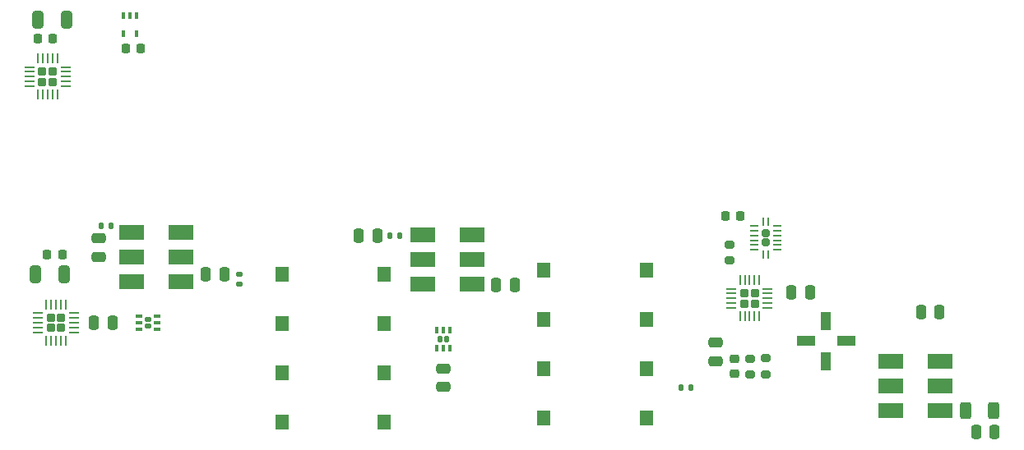
<source format=gbr>
%TF.GenerationSoftware,KiCad,Pcbnew,8.0.5*%
%TF.CreationDate,2024-12-20T11:35:35-05:00*%
%TF.ProjectId,mc3_afe,6d63335f-6166-4652-9e6b-696361645f70,rev?*%
%TF.SameCoordinates,Original*%
%TF.FileFunction,Paste,Top*%
%TF.FilePolarity,Positive*%
%FSLAX46Y46*%
G04 Gerber Fmt 4.6, Leading zero omitted, Abs format (unit mm)*
G04 Created by KiCad (PCBNEW 8.0.5) date 2024-12-20 11:35:35*
%MOMM*%
%LPD*%
G01*
G04 APERTURE LIST*
G04 Aperture macros list*
%AMRoundRect*
0 Rectangle with rounded corners*
0 $1 Rounding radius*
0 $2 $3 $4 $5 $6 $7 $8 $9 X,Y pos of 4 corners*
0 Add a 4 corners polygon primitive as box body*
4,1,4,$2,$3,$4,$5,$6,$7,$8,$9,$2,$3,0*
0 Add four circle primitives for the rounded corners*
1,1,$1+$1,$2,$3*
1,1,$1+$1,$4,$5*
1,1,$1+$1,$6,$7*
1,1,$1+$1,$8,$9*
0 Add four rect primitives between the rounded corners*
20,1,$1+$1,$2,$3,$4,$5,0*
20,1,$1+$1,$4,$5,$6,$7,0*
20,1,$1+$1,$6,$7,$8,$9,0*
20,1,$1+$1,$8,$9,$2,$3,0*%
G04 Aperture macros list end*
%ADD10RoundRect,0.200000X-0.275000X0.200000X-0.275000X-0.200000X0.275000X-0.200000X0.275000X0.200000X0*%
%ADD11R,2.540000X1.650000*%
%ADD12RoundRect,0.250000X0.312500X0.625000X-0.312500X0.625000X-0.312500X-0.625000X0.312500X-0.625000X0*%
%ADD13RoundRect,0.250000X0.475000X-0.250000X0.475000X0.250000X-0.475000X0.250000X-0.475000X-0.250000X0*%
%ADD14RoundRect,0.100000X-0.100000X0.225000X-0.100000X-0.225000X0.100000X-0.225000X0.100000X0.225000X0*%
%ADD15R,1.020000X1.830000*%
%ADD16R,1.830000X1.020000*%
%ADD17RoundRect,0.135000X-0.135000X-0.185000X0.135000X-0.185000X0.135000X0.185000X-0.135000X0.185000X0*%
%ADD18RoundRect,0.125000X-0.175000X-0.125000X0.175000X-0.125000X0.175000X0.125000X-0.175000X0.125000X0*%
%ADD19R,0.800000X0.300000*%
%ADD20RoundRect,0.212500X-0.212500X-0.212500X0.212500X-0.212500X0.212500X0.212500X-0.212500X0.212500X0*%
%ADD21RoundRect,0.062500X-0.450000X-0.062500X0.450000X-0.062500X0.450000X0.062500X-0.450000X0.062500X0*%
%ADD22RoundRect,0.062500X-0.062500X-0.450000X0.062500X-0.450000X0.062500X0.450000X-0.062500X0.450000X0*%
%ADD23RoundRect,0.250000X-0.250000X-0.475000X0.250000X-0.475000X0.250000X0.475000X-0.250000X0.475000X0*%
%ADD24RoundRect,0.225000X-0.225000X-0.250000X0.225000X-0.250000X0.225000X0.250000X-0.225000X0.250000X0*%
%ADD25RoundRect,0.250000X-0.325000X-0.650000X0.325000X-0.650000X0.325000X0.650000X-0.325000X0.650000X0*%
%ADD26RoundRect,0.202500X0.202500X0.202500X-0.202500X0.202500X-0.202500X-0.202500X0.202500X-0.202500X0*%
%ADD27RoundRect,0.062500X0.062500X0.350000X-0.062500X0.350000X-0.062500X-0.350000X0.062500X-0.350000X0*%
%ADD28RoundRect,0.062500X0.350000X0.062500X-0.350000X0.062500X-0.350000X-0.062500X0.350000X-0.062500X0*%
%ADD29RoundRect,0.225000X0.250000X-0.225000X0.250000X0.225000X-0.250000X0.225000X-0.250000X-0.225000X0*%
%ADD30RoundRect,0.125000X0.125000X-0.175000X0.125000X0.175000X-0.125000X0.175000X-0.125000X-0.175000X0*%
%ADD31R,0.300000X0.800000*%
%ADD32RoundRect,0.225000X0.225000X0.250000X-0.225000X0.250000X-0.225000X-0.250000X0.225000X-0.250000X0*%
%ADD33R,1.397000X1.524000*%
%ADD34RoundRect,0.250000X0.325000X0.650000X-0.325000X0.650000X-0.325000X-0.650000X0.325000X-0.650000X0*%
%ADD35RoundRect,0.135000X-0.185000X0.135000X-0.185000X-0.135000X0.185000X-0.135000X0.185000X0.135000X0*%
%ADD36RoundRect,0.135000X0.135000X0.185000X-0.135000X0.185000X-0.135000X-0.185000X0.135000X-0.185000X0*%
G04 APERTURE END LIST*
D10*
%TO.C,R10*%
X149200000Y-99175000D03*
X149200000Y-100825000D03*
%TD*%
%TO.C,R8*%
X145500000Y-87425000D03*
X145500000Y-89075000D03*
%TD*%
D11*
%TO.C,L1*%
X162060000Y-99460000D03*
X162060000Y-102000000D03*
X162060000Y-104540000D03*
X167140000Y-104540000D03*
X167140000Y-102000000D03*
X167140000Y-99460000D03*
%TD*%
D12*
%TO.C,R3*%
X172662500Y-104600000D03*
X169737500Y-104600000D03*
%TD*%
D13*
%TO.C,C4*%
X80500000Y-88700000D03*
X80500000Y-86800000D03*
%TD*%
D14*
%TO.C,U12*%
X84400000Y-63800000D03*
X83750000Y-63800000D03*
X83100000Y-63800000D03*
X83100000Y-65700000D03*
X84400000Y-65700000D03*
%TD*%
D15*
%TO.C,U8*%
X155400000Y-95330000D03*
D16*
X153330000Y-97400000D03*
D15*
X155400000Y-99470000D03*
D16*
X157470000Y-97400000D03*
%TD*%
D17*
%TO.C,R2*%
X110490000Y-86500000D03*
X111510000Y-86500000D03*
%TD*%
D18*
%TO.C,U1*%
X85600000Y-95150000D03*
X85600000Y-95850000D03*
D19*
X84650000Y-94850000D03*
X84650000Y-95500000D03*
X84650000Y-96150000D03*
X86550000Y-96150000D03*
X86550000Y-95500000D03*
X86550000Y-94850000D03*
%TD*%
D11*
%TO.C,L2*%
X118940000Y-91540000D03*
X118940000Y-89000000D03*
X118940000Y-86460000D03*
X113860000Y-86460000D03*
X113860000Y-89000000D03*
X113860000Y-91540000D03*
%TD*%
D20*
%TO.C,U4*%
X147012500Y-92475000D03*
X147012500Y-93525000D03*
X148062500Y-92475000D03*
X148062500Y-93525000D03*
D21*
X145675000Y-92000000D03*
X145675000Y-92500000D03*
X145675000Y-93000000D03*
X145675000Y-93500000D03*
X145675000Y-94000000D03*
D22*
X146537500Y-94862500D03*
X147037500Y-94862500D03*
X147537500Y-94862500D03*
X148037500Y-94862500D03*
X148537500Y-94862500D03*
D21*
X149400000Y-94000000D03*
X149400000Y-93500000D03*
X149400000Y-93000000D03*
X149400000Y-92500000D03*
X149400000Y-92000000D03*
D22*
X148537500Y-91137500D03*
X148037500Y-91137500D03*
X147537500Y-91137500D03*
X147037500Y-91137500D03*
X146537500Y-91137500D03*
%TD*%
D23*
%TO.C,C7*%
X107300000Y-86500000D03*
X109200000Y-86500000D03*
%TD*%
D13*
%TO.C,C2*%
X116000000Y-102150000D03*
X116000000Y-100250000D03*
%TD*%
%TO.C,C21*%
X144000000Y-99450000D03*
X144000000Y-97550000D03*
%TD*%
D23*
%TO.C,C9*%
X151850000Y-92400000D03*
X153750000Y-92400000D03*
%TD*%
%TO.C,C8*%
X121450000Y-91600000D03*
X123350000Y-91600000D03*
%TD*%
%TO.C,C3*%
X91550000Y-90500000D03*
X93450000Y-90500000D03*
%TD*%
%TO.C,C11*%
X170850000Y-106800000D03*
X172750000Y-106800000D03*
%TD*%
D24*
%TO.C,C25*%
X83335000Y-67200000D03*
X84885000Y-67200000D03*
%TD*%
D25*
%TO.C,C23*%
X74025000Y-90500000D03*
X76975000Y-90500000D03*
%TD*%
D23*
%TO.C,C1*%
X80050000Y-95500000D03*
X81950000Y-95500000D03*
%TD*%
D10*
%TO.C,R9*%
X147600000Y-99200000D03*
X147600000Y-100850000D03*
%TD*%
D26*
%TO.C,U11*%
X149187500Y-87250000D03*
X149187500Y-86250000D03*
D27*
X149437500Y-88437500D03*
D28*
X150375000Y-88000000D03*
X150375000Y-87500000D03*
X150375000Y-87000000D03*
X150375000Y-86500000D03*
X150375000Y-86000000D03*
X150375000Y-85500000D03*
D27*
X149437500Y-85062500D03*
X148937500Y-85062500D03*
D28*
X148000000Y-85500000D03*
X148000000Y-86000000D03*
X148000000Y-86500000D03*
X148000000Y-87000000D03*
X148000000Y-87500000D03*
X148000000Y-88000000D03*
D27*
X148937500Y-88437500D03*
%TD*%
D29*
%TO.C,C5*%
X146000000Y-100775000D03*
X146000000Y-99225000D03*
%TD*%
D23*
%TO.C,C12*%
X165150000Y-94400000D03*
X167050000Y-94400000D03*
%TD*%
D30*
%TO.C,U6*%
X115650000Y-97200000D03*
X116350000Y-97200000D03*
D31*
X115350000Y-98150000D03*
X116000000Y-98150000D03*
X116650000Y-98150000D03*
X116650000Y-96250000D03*
X116000000Y-96250000D03*
X115350000Y-96250000D03*
%TD*%
D32*
%TO.C,C10*%
X75775000Y-66250000D03*
X74225000Y-66250000D03*
%TD*%
D33*
%TO.C,U7*%
X126364500Y-90060000D03*
X136905500Y-90060000D03*
X126364500Y-95140000D03*
X136905500Y-95140000D03*
X126364500Y-100220000D03*
X136905500Y-100220000D03*
X126364500Y-105300000D03*
X136905500Y-105300000D03*
%TD*%
D34*
%TO.C,C26*%
X77225000Y-64250000D03*
X74275000Y-64250000D03*
%TD*%
D20*
%TO.C,U5*%
X75612500Y-94975000D03*
X75612500Y-96025000D03*
X76662500Y-94975000D03*
X76662500Y-96025000D03*
D21*
X74275000Y-94500000D03*
X74275000Y-95000000D03*
X74275000Y-95500000D03*
X74275000Y-96000000D03*
X74275000Y-96500000D03*
D22*
X75137500Y-97362500D03*
X75637500Y-97362500D03*
X76137500Y-97362500D03*
X76637500Y-97362500D03*
X77137500Y-97362500D03*
D21*
X78000000Y-96500000D03*
X78000000Y-96000000D03*
X78000000Y-95500000D03*
X78000000Y-95000000D03*
X78000000Y-94500000D03*
D22*
X77137500Y-93637500D03*
X76637500Y-93637500D03*
X76137500Y-93637500D03*
X75637500Y-93637500D03*
X75137500Y-93637500D03*
%TD*%
D35*
%TO.C,R4*%
X95000000Y-90490000D03*
X95000000Y-91510000D03*
%TD*%
D33*
%TO.C,U2*%
X99364500Y-90500000D03*
X109905500Y-90500000D03*
X99364500Y-95580000D03*
X109905500Y-95580000D03*
X99364500Y-100660000D03*
X109905500Y-100660000D03*
X99364500Y-105740000D03*
X109905500Y-105740000D03*
%TD*%
D24*
%TO.C,C6*%
X75225000Y-88500000D03*
X76775000Y-88500000D03*
%TD*%
D20*
%TO.C,U3*%
X74725000Y-69612500D03*
X74725000Y-70662500D03*
X75775000Y-69612500D03*
X75775000Y-70662500D03*
D21*
X73387500Y-69137500D03*
X73387500Y-69637500D03*
X73387500Y-70137500D03*
X73387500Y-70637500D03*
X73387500Y-71137500D03*
D22*
X74250000Y-72000000D03*
X74750000Y-72000000D03*
X75250000Y-72000000D03*
X75750000Y-72000000D03*
X76250000Y-72000000D03*
D21*
X77112500Y-71137500D03*
X77112500Y-70637500D03*
X77112500Y-70137500D03*
X77112500Y-69637500D03*
X77112500Y-69137500D03*
D22*
X76250000Y-68275000D03*
X75750000Y-68275000D03*
X75250000Y-68275000D03*
X74750000Y-68275000D03*
X74250000Y-68275000D03*
%TD*%
D11*
%TO.C,L3*%
X89000000Y-91290000D03*
X89000000Y-88750000D03*
X89000000Y-86210000D03*
X83920000Y-86210000D03*
X83920000Y-88750000D03*
X83920000Y-91290000D03*
%TD*%
D17*
%TO.C,R1*%
X80740000Y-85500000D03*
X81760000Y-85500000D03*
%TD*%
D36*
%TO.C,R5*%
X141510000Y-102200000D03*
X140490000Y-102200000D03*
%TD*%
D24*
%TO.C,C24*%
X145000000Y-84500000D03*
X146550000Y-84500000D03*
%TD*%
M02*

</source>
